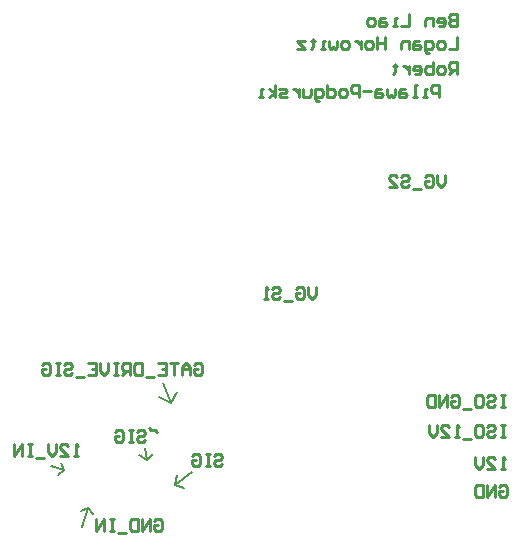
<source format=gbr>
G04*
G04 #@! TF.GenerationSoftware,Altium Limited,Altium Designer,23.5.1 (21)*
G04*
G04 Layer_Color=32896*
%FSLAX44Y44*%
%MOMM*%
G71*
G04*
G04 #@! TF.SameCoordinates,4C835EFE-E1B3-4BCD-AC60-ED55561C1739*
G04*
G04*
G04 #@! TF.FilePolarity,Positive*
G04*
G01*
G75*
%ADD10C,0.2540*%
%ADD12C,0.2032*%
D10*
X261112Y236639D02*
Y229868D01*
X257726Y226483D01*
X254341Y229868D01*
Y236639D01*
X244184Y234947D02*
X245877Y236639D01*
X249263D01*
X250955Y234947D01*
Y228176D01*
X249263Y226483D01*
X245877D01*
X244184Y228176D01*
Y231561D01*
X247570D01*
X240799Y224790D02*
X234027D01*
X223871Y234947D02*
X225564Y236639D01*
X228949D01*
X230642Y234947D01*
Y233254D01*
X228949Y231561D01*
X225564D01*
X223871Y229868D01*
Y228176D01*
X225564Y226483D01*
X228949D01*
X230642Y228176D01*
X220485Y226483D02*
X217099D01*
X218792D01*
Y236639D01*
X220485Y234947D01*
X370586Y331128D02*
Y324356D01*
X367200Y320971D01*
X363815Y324356D01*
Y331128D01*
X353658Y329435D02*
X355351Y331128D01*
X358736D01*
X360429Y329435D01*
Y322664D01*
X358736Y320971D01*
X355351D01*
X353658Y322664D01*
Y326049D01*
X357044D01*
X350273Y319278D02*
X343501D01*
X333345Y329435D02*
X335037Y331128D01*
X338423D01*
X340116Y329435D01*
Y327742D01*
X338423Y326049D01*
X335037D01*
X333345Y324356D01*
Y322664D01*
X335037Y320971D01*
X338423D01*
X340116Y322664D01*
X323188Y320971D02*
X329959D01*
X323188Y327742D01*
Y329435D01*
X324881Y331128D01*
X328266D01*
X329959Y329435D01*
X158329Y170177D02*
X160022Y171870D01*
X163407D01*
X165100Y170177D01*
Y163406D01*
X163407Y161713D01*
X160022D01*
X158329Y163406D01*
Y166791D01*
X161714D01*
X154943Y161713D02*
Y168484D01*
X151558Y171870D01*
X148172Y168484D01*
Y161713D01*
Y166791D01*
X154943D01*
X144787Y171870D02*
X138015D01*
X141401D01*
Y161713D01*
X127859Y171870D02*
X134630D01*
Y161713D01*
X127859D01*
X134630Y166791D02*
X131244D01*
X124473Y160020D02*
X117702D01*
X114316Y171870D02*
Y161713D01*
X109238D01*
X107545Y163406D01*
Y170177D01*
X109238Y171870D01*
X114316D01*
X104160Y161713D02*
Y171870D01*
X99081D01*
X97388Y170177D01*
Y166791D01*
X99081Y165098D01*
X104160D01*
X100774D02*
X97388Y161713D01*
X94003Y171870D02*
X90617D01*
X92310D01*
Y161713D01*
X94003D01*
X90617D01*
X85539Y171870D02*
Y165098D01*
X82153Y161713D01*
X78768Y165098D01*
Y171870D01*
X68611D02*
X75382D01*
Y161713D01*
X68611D01*
X75382Y166791D02*
X71997D01*
X65226Y160020D02*
X58454D01*
X48298Y170177D02*
X49991Y171870D01*
X53376D01*
X55069Y170177D01*
Y168484D01*
X53376Y166791D01*
X49991D01*
X48298Y165098D01*
Y163406D01*
X49991Y161713D01*
X53376D01*
X55069Y163406D01*
X44912Y171870D02*
X41526D01*
X43219D01*
Y161713D01*
X44912D01*
X41526D01*
X29677Y170177D02*
X31370Y171870D01*
X34755D01*
X36448Y170177D01*
Y163406D01*
X34755Y161713D01*
X31370D01*
X29677Y163406D01*
Y166791D01*
X33063D01*
X127000Y113874D02*
X125307Y115567D01*
X121922D01*
X120229Y117260D01*
X110072Y113874D02*
X111765Y115567D01*
X115150D01*
X116843Y113874D01*
Y112181D01*
X115150Y110488D01*
X111765D01*
X110072Y108796D01*
Y107103D01*
X111765Y105410D01*
X115150D01*
X116843Y107103D01*
X106687Y115567D02*
X103301D01*
X104994D01*
Y105410D01*
X106687D01*
X103301D01*
X91452Y113874D02*
X93144Y115567D01*
X96530D01*
X98223Y113874D01*
Y107103D01*
X96530Y105410D01*
X93144D01*
X91452Y107103D01*
Y110488D01*
X94837D01*
X174839Y93554D02*
X176532Y95247D01*
X179917D01*
X181610Y93554D01*
Y91861D01*
X179917Y90168D01*
X176532D01*
X174839Y88476D01*
Y86783D01*
X176532Y85090D01*
X179917D01*
X181610Y86783D01*
X171453Y95247D02*
X168068D01*
X169760D01*
Y85090D01*
X171453D01*
X168068D01*
X156218Y93554D02*
X157911Y95247D01*
X161297D01*
X162989Y93554D01*
Y86783D01*
X161297Y85090D01*
X157911D01*
X156218Y86783D01*
Y90168D01*
X159604D01*
X59690Y93133D02*
X56304D01*
X57997D01*
Y103289D01*
X59690Y101597D01*
X44455Y93133D02*
X51226D01*
X44455Y99904D01*
Y101597D01*
X46148Y103289D01*
X49533D01*
X51226Y101597D01*
X41069Y103289D02*
Y96518D01*
X37684Y93133D01*
X34298Y96518D01*
Y103289D01*
X30913Y91440D02*
X24141D01*
X20756Y103289D02*
X17370D01*
X19063D01*
Y93133D01*
X20756D01*
X17370D01*
X12292D02*
Y103289D01*
X5521Y93133D01*
Y103289D01*
X124039Y38097D02*
X125732Y39790D01*
X129117D01*
X130810Y38097D01*
Y31326D01*
X129117Y29633D01*
X125732D01*
X124039Y31326D01*
Y34711D01*
X127424D01*
X120653Y29633D02*
Y39790D01*
X113882Y29633D01*
Y39790D01*
X110497D02*
Y29633D01*
X105418D01*
X103725Y31326D01*
Y38097D01*
X105418Y39790D01*
X110497D01*
X100340Y27940D02*
X93569D01*
X90183Y39790D02*
X86798D01*
X88490D01*
Y29633D01*
X90183D01*
X86798D01*
X81719D02*
Y39790D01*
X74948Y29633D01*
Y39790D01*
X416139Y66884D02*
X417832Y68577D01*
X421217D01*
X422910Y66884D01*
Y60113D01*
X421217Y58420D01*
X417832D01*
X416139Y60113D01*
Y63498D01*
X419524D01*
X412753Y58420D02*
Y68577D01*
X405982Y58420D01*
Y68577D01*
X402597D02*
Y58420D01*
X397518D01*
X395825Y60113D01*
Y66884D01*
X397518Y68577D01*
X402597D01*
X421640Y82550D02*
X418254D01*
X419947D01*
Y92707D01*
X421640Y91014D01*
X406405Y82550D02*
X413176D01*
X406405Y89321D01*
Y91014D01*
X408098Y92707D01*
X411483D01*
X413176Y91014D01*
X403019Y92707D02*
Y85936D01*
X399634Y82550D01*
X396248Y85936D01*
Y92707D01*
X421640Y119799D02*
X418254D01*
X419947D01*
Y109643D01*
X421640D01*
X418254D01*
X406405Y118107D02*
X408098Y119799D01*
X411483D01*
X413176Y118107D01*
Y116414D01*
X411483Y114721D01*
X408098D01*
X406405Y113028D01*
Y111336D01*
X408098Y109643D01*
X411483D01*
X413176Y111336D01*
X397941Y119799D02*
X401327D01*
X403019Y118107D01*
Y111336D01*
X401327Y109643D01*
X397941D01*
X396248Y111336D01*
Y118107D01*
X397941Y119799D01*
X392863Y107950D02*
X386091D01*
X382706Y109643D02*
X379320D01*
X381013D01*
Y119799D01*
X382706Y118107D01*
X367471Y109643D02*
X374242D01*
X367471Y116414D01*
Y118107D01*
X369164Y119799D01*
X372549D01*
X374242Y118107D01*
X364085Y119799D02*
Y113028D01*
X360700Y109643D01*
X357314Y113028D01*
Y119799D01*
X421640Y145199D02*
X418254D01*
X419947D01*
Y135043D01*
X421640D01*
X418254D01*
X406405Y143507D02*
X408098Y145199D01*
X411483D01*
X413176Y143507D01*
Y141814D01*
X411483Y140121D01*
X408098D01*
X406405Y138428D01*
Y136736D01*
X408098Y135043D01*
X411483D01*
X413176Y136736D01*
X397941Y145199D02*
X401327D01*
X403019Y143507D01*
Y136736D01*
X401327Y135043D01*
X397941D01*
X396248Y136736D01*
Y143507D01*
X397941Y145199D01*
X392863Y133350D02*
X386091D01*
X375935Y143507D02*
X377627Y145199D01*
X381013D01*
X382706Y143507D01*
Y136736D01*
X381013Y135043D01*
X377627D01*
X375935Y136736D01*
Y140121D01*
X379320D01*
X372549Y135043D02*
Y145199D01*
X365778Y135043D01*
Y145199D01*
X362392D02*
Y135043D01*
X357314D01*
X355621Y136736D01*
Y143507D01*
X357314Y145199D01*
X362392D01*
X365760Y397086D02*
Y407242D01*
X360682D01*
X358989Y405550D01*
Y402164D01*
X360682Y400471D01*
X365760D01*
X355603Y397086D02*
X352218D01*
X353910D01*
Y403857D01*
X355603D01*
X347139Y397086D02*
X343754D01*
X345447D01*
Y407242D01*
X347139D01*
X336983Y403857D02*
X333597D01*
X331904Y402164D01*
Y397086D01*
X336983D01*
X338675Y398778D01*
X336983Y400471D01*
X331904D01*
X328519Y403857D02*
Y398778D01*
X326826Y397086D01*
X325133Y398778D01*
X323440Y397086D01*
X321748Y398778D01*
Y403857D01*
X316669D02*
X313284D01*
X311591Y402164D01*
Y397086D01*
X316669D01*
X318362Y398778D01*
X316669Y400471D01*
X311591D01*
X308205Y402164D02*
X301434D01*
X298048Y397086D02*
Y407242D01*
X292970D01*
X291277Y405550D01*
Y402164D01*
X292970Y400471D01*
X298048D01*
X286199Y397086D02*
X282813D01*
X281121Y398778D01*
Y402164D01*
X282813Y403857D01*
X286199D01*
X287892Y402164D01*
Y398778D01*
X286199Y397086D01*
X270964Y407242D02*
Y397086D01*
X276042D01*
X277735Y398778D01*
Y402164D01*
X276042Y403857D01*
X270964D01*
X264193Y393700D02*
X262500D01*
X260807Y395393D01*
Y403857D01*
X265886D01*
X267578Y402164D01*
Y398778D01*
X265886Y397086D01*
X260807D01*
X257422Y403857D02*
Y398778D01*
X255729Y397086D01*
X250651D01*
Y403857D01*
X247265D02*
Y397086D01*
Y400471D01*
X245572Y402164D01*
X243879Y403857D01*
X242187D01*
X237108Y397086D02*
X232030D01*
X230337Y398778D01*
X232030Y400471D01*
X235415D01*
X237108Y402164D01*
X235415Y403857D01*
X230337D01*
X226951Y397086D02*
Y407242D01*
Y400471D02*
X221873Y403857D01*
X226951Y400471D02*
X221873Y397086D01*
X216795D02*
X213409D01*
X215102D01*
Y403857D01*
X216795D01*
X381000Y416560D02*
Y426717D01*
X375922D01*
X374229Y425024D01*
Y421638D01*
X375922Y419946D01*
X381000D01*
X377614D02*
X374229Y416560D01*
X369151D02*
X365765D01*
X364072Y418253D01*
Y421638D01*
X365765Y423331D01*
X369151D01*
X370843Y421638D01*
Y418253D01*
X369151Y416560D01*
X360687Y426717D02*
Y416560D01*
X355608D01*
X353915Y418253D01*
Y419946D01*
Y421638D01*
X355608Y423331D01*
X360687D01*
X345452Y416560D02*
X348837D01*
X350530Y418253D01*
Y421638D01*
X348837Y423331D01*
X345452D01*
X343759Y421638D01*
Y419946D01*
X350530D01*
X340373Y423331D02*
Y416560D01*
Y419946D01*
X338680Y421638D01*
X336987Y423331D01*
X335295D01*
X328524Y425024D02*
Y423331D01*
X330216D01*
X326831D01*
X328524D01*
Y418253D01*
X326831Y416560D01*
X381000Y467357D02*
Y457200D01*
X375922D01*
X374229Y458893D01*
Y460586D01*
X375922Y462278D01*
X381000D01*
X375922D01*
X374229Y463971D01*
Y465664D01*
X375922Y467357D01*
X381000D01*
X365765Y457200D02*
X369151D01*
X370843Y458893D01*
Y462278D01*
X369151Y463971D01*
X365765D01*
X364072Y462278D01*
Y460586D01*
X370843D01*
X360687Y457200D02*
Y463971D01*
X355608D01*
X353915Y462278D01*
Y457200D01*
X340373Y467357D02*
Y457200D01*
X333602D01*
X330216D02*
X326831D01*
X328524D01*
Y463971D01*
X330216D01*
X320060D02*
X316674D01*
X314981Y462278D01*
Y457200D01*
X320060D01*
X321752Y458893D01*
X320060Y460586D01*
X314981D01*
X309903Y457200D02*
X306517D01*
X304825Y458893D01*
Y462278D01*
X306517Y463971D01*
X309903D01*
X311596Y462278D01*
Y458893D01*
X309903Y457200D01*
X381000Y447882D02*
Y437726D01*
X374229D01*
X369151D02*
X365765D01*
X364072Y439418D01*
Y442804D01*
X365765Y444497D01*
X369151D01*
X370843Y442804D01*
Y439418D01*
X369151Y437726D01*
X357301Y434340D02*
X355608D01*
X353915Y436033D01*
Y444497D01*
X358994D01*
X360687Y442804D01*
Y439418D01*
X358994Y437726D01*
X353915D01*
X348837Y444497D02*
X345452D01*
X343759Y442804D01*
Y437726D01*
X348837D01*
X350530Y439418D01*
X348837Y441111D01*
X343759D01*
X340373Y437726D02*
Y444497D01*
X335295D01*
X333602Y442804D01*
Y437726D01*
X320060Y447882D02*
Y437726D01*
Y442804D01*
X313288D01*
Y447882D01*
Y437726D01*
X308210D02*
X304825D01*
X303132Y439418D01*
Y442804D01*
X304825Y444497D01*
X308210D01*
X309903Y442804D01*
Y439418D01*
X308210Y437726D01*
X299746Y444497D02*
Y437726D01*
Y441111D01*
X298053Y442804D01*
X296361Y444497D01*
X294668D01*
X287897Y437726D02*
X284511D01*
X282818Y439418D01*
Y442804D01*
X284511Y444497D01*
X287897D01*
X289590Y442804D01*
Y439418D01*
X287897Y437726D01*
X279433Y444497D02*
Y439418D01*
X277740Y437726D01*
X276047Y439418D01*
X274354Y437726D01*
X272662Y439418D01*
Y444497D01*
X269276Y437726D02*
X265891D01*
X267583D01*
Y444497D01*
X269276D01*
X259119Y446189D02*
Y444497D01*
X260812D01*
X257426D01*
X259119D01*
Y439418D01*
X257426Y437726D01*
X252348Y444497D02*
X245577D01*
X252348Y437726D01*
X245577D01*
D12*
X128270Y143510D02*
X138430Y138430D01*
X143510Y147320D01*
X132080Y154940D02*
X138430Y138430D01*
X111760Y93980D02*
X118110Y90170D01*
X123190Y95250D01*
X116360Y100673D02*
X118110Y90170D01*
X142240Y68580D02*
X149860Y66040D01*
X142240Y68580D02*
X143510Y77470D01*
X142240Y68580D02*
X156210Y80010D01*
X43180Y77470D02*
X48260Y81280D01*
X45720Y87630D02*
X48260Y81280D01*
X36830Y85090D02*
X48260Y81280D01*
X62230Y46990D02*
X68580Y49530D01*
X72390Y44450D01*
X63500Y33020D02*
X68580Y49530D01*
M02*

</source>
